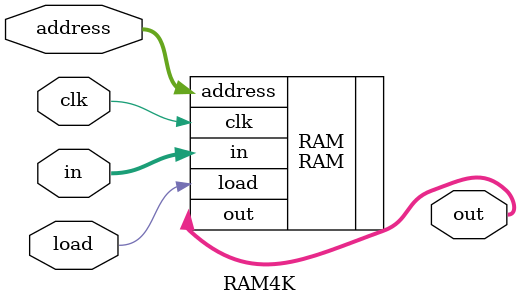
<source format=v>
module RAM4K (
  input wire clk, load,
  input wire [15:0] in,
  input wire [11:0] address,
  output wire [15:0] out
);

RAM #(.width(16), .k(12)) RAM(
  .clk(clk),
  .load(load),
  .in(in),
  .address(address),
  .out(out)
);

endmodule

</source>
